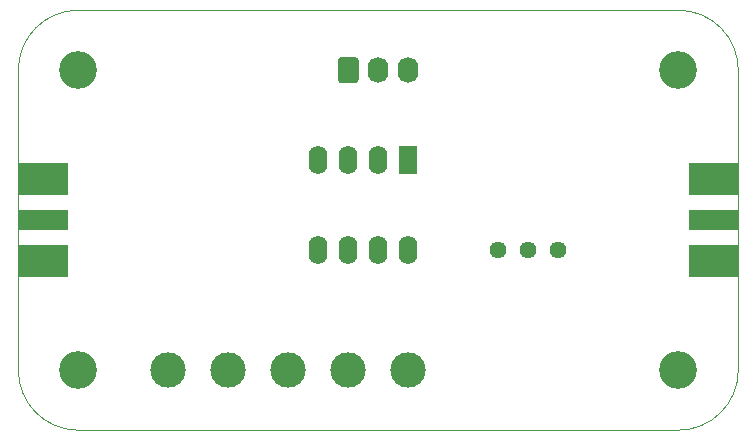
<source format=gbr>
G04 #@! TF.GenerationSoftware,KiCad,Pcbnew,5.1.8+dfsg1-1+b1*
G04 #@! TF.CreationDate,2021-02-01T14:20:05-06:00*
G04 #@! TF.ProjectId,DC_Amplifier,44435f41-6d70-46c6-9966-6965722e6b69,1.1.0*
G04 #@! TF.SameCoordinates,Original*
G04 #@! TF.FileFunction,Soldermask,Bot*
G04 #@! TF.FilePolarity,Negative*
%FSLAX46Y46*%
G04 Gerber Fmt 4.6, Leading zero omitted, Abs format (unit mm)*
G04 Created by KiCad (PCBNEW 5.1.8+dfsg1-1+b1) date 2021-02-01 14:20:05*
%MOMM*%
%LPD*%
G01*
G04 APERTURE LIST*
G04 #@! TA.AperFunction,Profile*
%ADD10C,0.050000*%
G04 #@! TD*
%ADD11R,4.191000X1.778000*%
%ADD12R,4.191000X2.667000*%
%ADD13C,3.200000*%
%ADD14C,3.000000*%
%ADD15O,1.600000X2.400000*%
%ADD16R,1.600000X2.400000*%
%ADD17C,1.440000*%
%ADD18O,1.740000X2.200000*%
G04 APERTURE END LIST*
D10*
X127000000Y-71120000D02*
X76200000Y-71120000D01*
X132080000Y-101600000D02*
X132080000Y-76200000D01*
X76200000Y-106680000D02*
X127000000Y-106680000D01*
X71120000Y-76200000D02*
X71120000Y-101600000D01*
X132080000Y-101600000D02*
G75*
G02*
X127000000Y-106680000I-5080000J0D01*
G01*
X76200000Y-106680000D02*
G75*
G02*
X71120000Y-101600000I0J5080000D01*
G01*
X71120000Y-76200000D02*
G75*
G02*
X76200000Y-71120000I5080000J0D01*
G01*
X127000000Y-71120000D02*
G75*
G02*
X132080000Y-76200000I0J-5080000D01*
G01*
D11*
X73215500Y-88900000D03*
D12*
X73215500Y-92392500D03*
X73215500Y-85407500D03*
D11*
X129984500Y-88900000D03*
D12*
X129984500Y-85407500D03*
X129984500Y-92392500D03*
D13*
X127000000Y-101600000D03*
X76200000Y-101600000D03*
D14*
X104140000Y-101600000D03*
X99060000Y-101600000D03*
X93980000Y-101600000D03*
X88900000Y-101600000D03*
X83820000Y-101600000D03*
D15*
X104140000Y-91440000D03*
X96520000Y-83820000D03*
X101600000Y-91440000D03*
X99060000Y-83820000D03*
X99060000Y-91440000D03*
X101600000Y-83820000D03*
X96520000Y-91440000D03*
D16*
X104140000Y-83820000D03*
D13*
X76200000Y-76200000D03*
X127000000Y-76200000D03*
D17*
X111760000Y-91440000D03*
X114300000Y-91440000D03*
X116840000Y-91440000D03*
D18*
X104140000Y-76200000D03*
X101600000Y-76200000D03*
G36*
G01*
X98190000Y-77050001D02*
X98190000Y-75349999D01*
G75*
G02*
X98439999Y-75100000I249999J0D01*
G01*
X99680001Y-75100000D01*
G75*
G02*
X99930000Y-75349999I0J-249999D01*
G01*
X99930000Y-77050001D01*
G75*
G02*
X99680001Y-77300000I-249999J0D01*
G01*
X98439999Y-77300000D01*
G75*
G02*
X98190000Y-77050001I0J249999D01*
G01*
G37*
M02*

</source>
